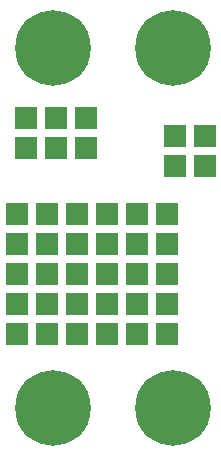
<source format=gbr>
G04 #@! TF.FileFunction,Soldermask,Top*
%FSLAX46Y46*%
G04 Gerber Fmt 4.6, Leading zero omitted, Abs format (unit mm)*
G04 Created by KiCad (PCBNEW 4.0.1-stable) date 20. 4. 2016 8:22:54*
%MOMM*%
G01*
G04 APERTURE LIST*
%ADD10C,0.500000*%
%ADD11R,1.924000X1.924000*%
%ADD12C,6.400000*%
G04 APERTURE END LIST*
D10*
D11*
X2857500Y27114500D03*
X2857500Y29654500D03*
X5397500Y27114500D03*
X5397500Y29654500D03*
X7937500Y27114500D03*
X7937500Y29654500D03*
X12192000Y21526500D03*
X14732000Y21526500D03*
X12192000Y18986500D03*
X14732000Y18986500D03*
X12192000Y16446500D03*
X14732000Y16446500D03*
X12192000Y13906500D03*
X14732000Y13906500D03*
X12192000Y11366500D03*
X14732000Y11366500D03*
X7112000Y21526500D03*
X9652000Y21526500D03*
X7112000Y18986500D03*
X9652000Y18986500D03*
X7112000Y16446500D03*
X9652000Y16446500D03*
X7112000Y13906500D03*
X9652000Y13906500D03*
X7112000Y11366500D03*
X9652000Y11366500D03*
X2032000Y21526500D03*
X4572000Y21526500D03*
X2032000Y18986500D03*
X4572000Y18986500D03*
X2032000Y16446500D03*
X4572000Y16446500D03*
X2032000Y13906500D03*
X4572000Y13906500D03*
X2032000Y11366500D03*
X4572000Y11366500D03*
X17970500Y28130500D03*
X15430500Y28130500D03*
X17970500Y25590500D03*
X15430500Y25590500D03*
D12*
X5080000Y35560000D03*
X15240000Y35560000D03*
X15240000Y5080000D03*
X5080000Y5080000D03*
M02*

</source>
